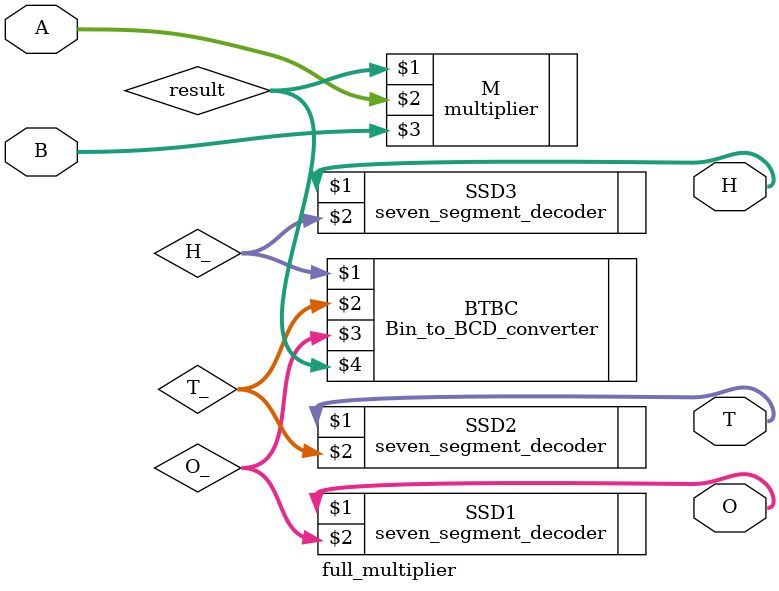
<source format=v>
module full_multiplier(H,T,O,A,B);
   output [6:0]  H;
   output [6:0]  T;
   output [6:0]  O;
   input  [3:0]  A;
   input  [3:0]  B;

   wire   [7:0]  result;
   wire   [3:0]  H_;
   wire   [3:0]  T_;
   wire   [3:0]  O_;
  
   multiplier M (result,A,B);
   Bin_to_BCD_converter BTBC (H_, T_, O_, result);
   seven_segment_decoder SSD1 (O, O_);
   seven_segment_decoder SSD2 (T, T_);
   seven_segment_decoder SSD3 (H, H_);
endmodule
</source>
